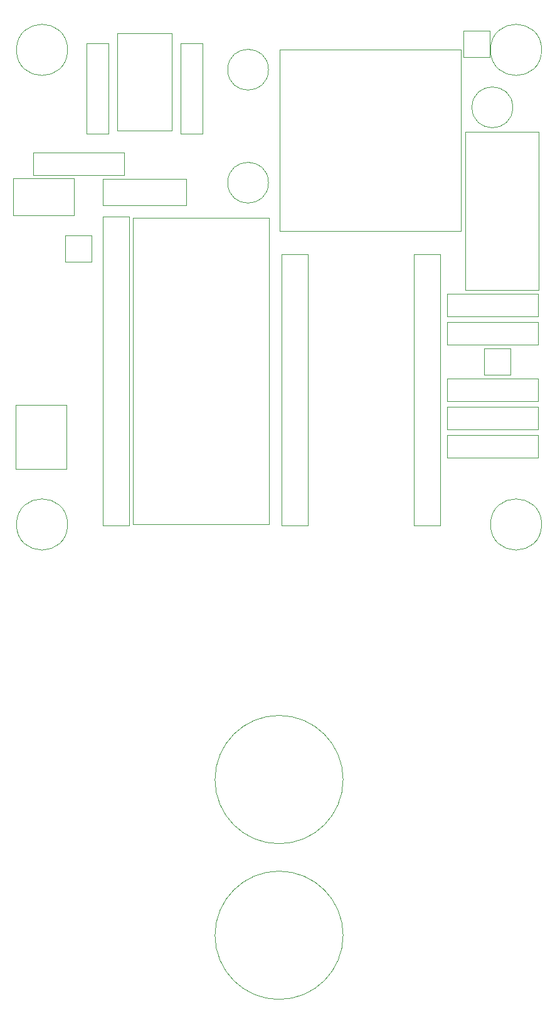
<source format=gbr>
G04 #@! TF.GenerationSoftware,KiCad,Pcbnew,(5.1.7)-1*
G04 #@! TF.CreationDate,2022-08-21T21:46:21-03:00*
G04 #@! TF.ProjectId,Squareboi2,53717561-7265-4626-9f69-322e6b696361,1*
G04 #@! TF.SameCoordinates,Original*
G04 #@! TF.FileFunction,Other,User*
%FSLAX46Y46*%
G04 Gerber Fmt 4.6, Leading zero omitted, Abs format (unit mm)*
G04 Created by KiCad (PCBNEW (5.1.7)-1) date 2022-08-21 21:46:21*
%MOMM*%
%LPD*%
G01*
G04 APERTURE LIST*
%ADD10C,0.050000*%
G04 APERTURE END LIST*
D10*
X77690000Y-63730000D02*
X89950000Y-63730000D01*
X77690000Y-60730000D02*
X77690000Y-63730000D01*
X89950000Y-60730000D02*
X77690000Y-60730000D01*
X89950000Y-63730000D02*
X89950000Y-60730000D01*
X82655000Y-67790000D02*
X82655000Y-64240000D01*
X86205000Y-67790000D02*
X82655000Y-67790000D01*
X86205000Y-64240000D02*
X86205000Y-67790000D01*
X82655000Y-64240000D02*
X86205000Y-64240000D01*
X63650000Y-143400000D02*
G75*
G03*
X63650000Y-143400000I-8650000J0D01*
G01*
X63650000Y-122400000D02*
G75*
G03*
X63650000Y-122400000I-8650000J0D01*
G01*
X26280000Y-71890000D02*
X19480000Y-71890000D01*
X19480000Y-71890000D02*
X19480000Y-80510000D01*
X19480000Y-80510000D02*
X26280000Y-80510000D01*
X26280000Y-80510000D02*
X26280000Y-71890000D01*
X27285000Y-46295000D02*
X27285000Y-41295000D01*
X19135000Y-46295000D02*
X27285000Y-46295000D01*
X19135000Y-41295000D02*
X19135000Y-46295000D01*
X27285000Y-41295000D02*
X19135000Y-41295000D01*
X34070000Y-37870000D02*
X21810000Y-37870000D01*
X34070000Y-40870000D02*
X34070000Y-37870000D01*
X21810000Y-40870000D02*
X34070000Y-40870000D01*
X21810000Y-37870000D02*
X21810000Y-40870000D01*
X77690000Y-78970000D02*
X89950000Y-78970000D01*
X77690000Y-75970000D02*
X77690000Y-78970000D01*
X89950000Y-75970000D02*
X77690000Y-75970000D01*
X89950000Y-78970000D02*
X89950000Y-75970000D01*
X77690000Y-75160000D02*
X89950000Y-75160000D01*
X77690000Y-72160000D02*
X77690000Y-75160000D01*
X89950000Y-72160000D02*
X77690000Y-72160000D01*
X89950000Y-75160000D02*
X89950000Y-72160000D01*
X77690000Y-71350000D02*
X89950000Y-71350000D01*
X77690000Y-68350000D02*
X77690000Y-71350000D01*
X89950000Y-68350000D02*
X77690000Y-68350000D01*
X89950000Y-71350000D02*
X89950000Y-68350000D01*
X77690000Y-59920000D02*
X89950000Y-59920000D01*
X77690000Y-56920000D02*
X77690000Y-59920000D01*
X89950000Y-56920000D02*
X77690000Y-56920000D01*
X89950000Y-59920000D02*
X89950000Y-56920000D01*
X28980000Y-23080000D02*
X28980000Y-35340000D01*
X31980000Y-23080000D02*
X28980000Y-23080000D01*
X31980000Y-35340000D02*
X31980000Y-23080000D01*
X28980000Y-35340000D02*
X31980000Y-35340000D01*
X44680000Y-35340000D02*
X44680000Y-23080000D01*
X41680000Y-35340000D02*
X44680000Y-35340000D01*
X41680000Y-23080000D02*
X41680000Y-35340000D01*
X44680000Y-23080000D02*
X41680000Y-23080000D01*
X40500000Y-34900000D02*
X40500000Y-21750000D01*
X33200000Y-34900000D02*
X40500000Y-34900000D01*
X33200000Y-21750000D02*
X33200000Y-34900000D01*
X40500000Y-21750000D02*
X33200000Y-21750000D01*
X80140000Y-56400000D02*
X90040000Y-56400000D01*
X80140000Y-35040000D02*
X80140000Y-56400000D01*
X90040000Y-35040000D02*
X80140000Y-35040000D01*
X90040000Y-56400000D02*
X90040000Y-35040000D01*
X76730000Y-51560000D02*
X76730000Y-88160000D01*
X73180000Y-51560000D02*
X76730000Y-51560000D01*
X73180000Y-88160000D02*
X73180000Y-51560000D01*
X76730000Y-88160000D02*
X73180000Y-88160000D01*
X55350000Y-88140000D02*
X55350000Y-51540000D01*
X58900000Y-88140000D02*
X55350000Y-88140000D01*
X58900000Y-51540000D02*
X58900000Y-88140000D01*
X55350000Y-51540000D02*
X58900000Y-51540000D01*
X31240000Y-41380000D02*
X42440000Y-41380000D01*
X31240000Y-44930000D02*
X31240000Y-41380000D01*
X42440000Y-44930000D02*
X31240000Y-44930000D01*
X42440000Y-41380000D02*
X42440000Y-44930000D01*
X31220000Y-88160000D02*
X31220000Y-46460000D01*
X34770000Y-88160000D02*
X31220000Y-88160000D01*
X34770000Y-46460000D02*
X34770000Y-88160000D01*
X31220000Y-46460000D02*
X34770000Y-46460000D01*
X26140000Y-52550000D02*
X26140000Y-49000000D01*
X29690000Y-52550000D02*
X26140000Y-52550000D01*
X29690000Y-49000000D02*
X29690000Y-52550000D01*
X26140000Y-49000000D02*
X29690000Y-49000000D01*
X86550000Y-31750000D02*
G75*
G03*
X86550000Y-31750000I-2750000J0D01*
G01*
X79861000Y-24991000D02*
X79861000Y-21441000D01*
X83411000Y-24991000D02*
X79861000Y-24991000D01*
X83411000Y-21441000D02*
X83411000Y-24991000D01*
X79861000Y-21441000D02*
X83411000Y-21441000D01*
X53630000Y-46660000D02*
X35280000Y-46660000D01*
X53630000Y-87960000D02*
X53630000Y-46660000D01*
X35280000Y-87960000D02*
X53630000Y-87960000D01*
X35280000Y-46660000D02*
X35280000Y-87960000D01*
X55060000Y-23945000D02*
X55060000Y-48445000D01*
X55060000Y-48445000D02*
X79560000Y-48445000D01*
X79560000Y-48445000D02*
X79560000Y-23945000D01*
X79560000Y-23945000D02*
X55060000Y-23945000D01*
X90450000Y-24000000D02*
G75*
G03*
X90450000Y-24000000I-3450000J0D01*
G01*
X26450000Y-24000000D02*
G75*
G03*
X26450000Y-24000000I-3450000J0D01*
G01*
X26450000Y-88000000D02*
G75*
G03*
X26450000Y-88000000I-3450000J0D01*
G01*
X90450000Y-88000000D02*
G75*
G03*
X90450000Y-88000000I-3450000J0D01*
G01*
X53570000Y-41910000D02*
G75*
G03*
X53570000Y-41910000I-2750000J0D01*
G01*
X53570000Y-26670000D02*
G75*
G03*
X53570000Y-26670000I-2750000J0D01*
G01*
M02*

</source>
